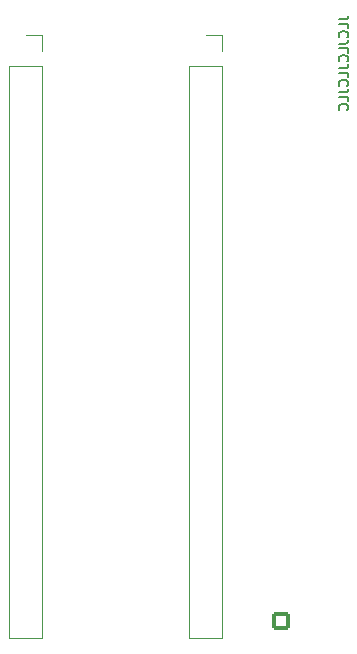
<source format=gbr>
%TF.GenerationSoftware,KiCad,Pcbnew,9.0.3-9.0.3-0~ubuntu24.04.1*%
%TF.CreationDate,2025-09-06T02:21:12+02:00*%
%TF.ProjectId,board_nfz330_nfz400,626f6172-645f-46e6-967a-3333305f6e66,rev?*%
%TF.SameCoordinates,Original*%
%TF.FileFunction,Legend,Bot*%
%TF.FilePolarity,Positive*%
%FSLAX46Y46*%
G04 Gerber Fmt 4.6, Leading zero omitted, Abs format (unit mm)*
G04 Created by KiCad (PCBNEW 9.0.3-9.0.3-0~ubuntu24.04.1) date 2025-09-06 02:21:12*
%MOMM*%
%LPD*%
G01*
G04 APERTURE LIST*
G04 Aperture macros list*
%AMRoundRect*
0 Rectangle with rounded corners*
0 $1 Rounding radius*
0 $2 $3 $4 $5 $6 $7 $8 $9 X,Y pos of 4 corners*
0 Add a 4 corners polygon primitive as box body*
4,1,4,$2,$3,$4,$5,$6,$7,$8,$9,$2,$3,0*
0 Add four circle primitives for the rounded corners*
1,1,$1+$1,$2,$3*
1,1,$1+$1,$4,$5*
1,1,$1+$1,$6,$7*
1,1,$1+$1,$8,$9*
0 Add four rect primitives between the rounded corners*
20,1,$1+$1,$2,$3,$4,$5,0*
20,1,$1+$1,$4,$5,$6,$7,0*
20,1,$1+$1,$6,$7,$8,$9,0*
20,1,$1+$1,$8,$9,$2,$3,0*%
%AMFreePoly0*
4,1,37,0.603843,0.796157,0.639018,0.796157,0.711114,0.766294,0.766294,0.711114,0.796157,0.639018,0.796157,0.603843,0.800000,0.600000,0.800000,-0.600000,0.796157,-0.603843,0.796157,-0.639018,0.766294,-0.711114,0.711114,-0.766294,0.639018,-0.796157,0.603843,-0.796157,0.600000,-0.800000,0.000000,-0.800000,0.000000,-0.796148,-0.078414,-0.796148,-0.232228,-0.765552,-0.377117,-0.705537,
-0.507515,-0.618408,-0.618408,-0.507515,-0.705537,-0.377117,-0.765552,-0.232228,-0.796148,-0.078414,-0.796148,0.078414,-0.765552,0.232228,-0.705537,0.377117,-0.618408,0.507515,-0.507515,0.618408,-0.377117,0.705537,-0.232228,0.765552,-0.078414,0.796148,0.000000,0.796148,0.000000,0.800000,0.600000,0.800000,0.603843,0.796157,0.603843,0.796157,$1*%
%AMFreePoly1*
4,1,37,0.000000,0.796148,0.078414,0.796148,0.232228,0.765552,0.377117,0.705537,0.507515,0.618408,0.618408,0.507515,0.705537,0.377117,0.765552,0.232228,0.796148,0.078414,0.796148,-0.078414,0.765552,-0.232228,0.705537,-0.377117,0.618408,-0.507515,0.507515,-0.618408,0.377117,-0.705537,0.232228,-0.765552,0.078414,-0.796148,0.000000,-0.796148,0.000000,-0.800000,-0.600000,-0.800000,
-0.603843,-0.796157,-0.639018,-0.796157,-0.711114,-0.766294,-0.766294,-0.711114,-0.796157,-0.639018,-0.796157,-0.603843,-0.800000,-0.600000,-0.800000,0.600000,-0.796157,0.603843,-0.796157,0.639018,-0.766294,0.711114,-0.711114,0.766294,-0.639018,0.796157,-0.603843,0.796157,-0.600000,0.800000,0.000000,0.800000,0.000000,0.796148,0.000000,0.796148,$1*%
G04 Aperture macros list end*
%ADD10C,0.150000*%
%ADD11C,0.120000*%
%ADD12RoundRect,0.200000X0.600000X0.600000X-0.600000X0.600000X-0.600000X-0.600000X0.600000X-0.600000X0*%
%ADD13C,1.600000*%
%ADD14FreePoly0,180.000000*%
%ADD15FreePoly1,180.000000*%
%ADD16C,1.300000*%
%ADD17R,1.700000X1.700000*%
%ADD18C,1.700000*%
G04 APERTURE END LIST*
D10*
X84389895Y-71200931D02*
X84961323Y-71200931D01*
X84961323Y-71200931D02*
X85075609Y-71162836D01*
X85075609Y-71162836D02*
X85151800Y-71086645D01*
X85151800Y-71086645D02*
X85189895Y-70972360D01*
X85189895Y-70972360D02*
X85189895Y-70896169D01*
X85189895Y-71962836D02*
X85189895Y-71581884D01*
X85189895Y-71581884D02*
X84389895Y-71581884D01*
X85113704Y-72686646D02*
X85151800Y-72648550D01*
X85151800Y-72648550D02*
X85189895Y-72534265D01*
X85189895Y-72534265D02*
X85189895Y-72458074D01*
X85189895Y-72458074D02*
X85151800Y-72343788D01*
X85151800Y-72343788D02*
X85075609Y-72267598D01*
X85075609Y-72267598D02*
X84999419Y-72229503D01*
X84999419Y-72229503D02*
X84847038Y-72191407D01*
X84847038Y-72191407D02*
X84732752Y-72191407D01*
X84732752Y-72191407D02*
X84580371Y-72229503D01*
X84580371Y-72229503D02*
X84504180Y-72267598D01*
X84504180Y-72267598D02*
X84427990Y-72343788D01*
X84427990Y-72343788D02*
X84389895Y-72458074D01*
X84389895Y-72458074D02*
X84389895Y-72534265D01*
X84389895Y-72534265D02*
X84427990Y-72648550D01*
X84427990Y-72648550D02*
X84466085Y-72686646D01*
X84389895Y-73258074D02*
X84961323Y-73258074D01*
X84961323Y-73258074D02*
X85075609Y-73219979D01*
X85075609Y-73219979D02*
X85151800Y-73143788D01*
X85151800Y-73143788D02*
X85189895Y-73029503D01*
X85189895Y-73029503D02*
X85189895Y-72953312D01*
X85189895Y-74019979D02*
X85189895Y-73639027D01*
X85189895Y-73639027D02*
X84389895Y-73639027D01*
X85113704Y-74743789D02*
X85151800Y-74705693D01*
X85151800Y-74705693D02*
X85189895Y-74591408D01*
X85189895Y-74591408D02*
X85189895Y-74515217D01*
X85189895Y-74515217D02*
X85151800Y-74400931D01*
X85151800Y-74400931D02*
X85075609Y-74324741D01*
X85075609Y-74324741D02*
X84999419Y-74286646D01*
X84999419Y-74286646D02*
X84847038Y-74248550D01*
X84847038Y-74248550D02*
X84732752Y-74248550D01*
X84732752Y-74248550D02*
X84580371Y-74286646D01*
X84580371Y-74286646D02*
X84504180Y-74324741D01*
X84504180Y-74324741D02*
X84427990Y-74400931D01*
X84427990Y-74400931D02*
X84389895Y-74515217D01*
X84389895Y-74515217D02*
X84389895Y-74591408D01*
X84389895Y-74591408D02*
X84427990Y-74705693D01*
X84427990Y-74705693D02*
X84466085Y-74743789D01*
X84389895Y-75315217D02*
X84961323Y-75315217D01*
X84961323Y-75315217D02*
X85075609Y-75277122D01*
X85075609Y-75277122D02*
X85151800Y-75200931D01*
X85151800Y-75200931D02*
X85189895Y-75086646D01*
X85189895Y-75086646D02*
X85189895Y-75010455D01*
X85189895Y-76077122D02*
X85189895Y-75696170D01*
X85189895Y-75696170D02*
X84389895Y-75696170D01*
X85113704Y-76800932D02*
X85151800Y-76762836D01*
X85151800Y-76762836D02*
X85189895Y-76648551D01*
X85189895Y-76648551D02*
X85189895Y-76572360D01*
X85189895Y-76572360D02*
X85151800Y-76458074D01*
X85151800Y-76458074D02*
X85075609Y-76381884D01*
X85075609Y-76381884D02*
X84999419Y-76343789D01*
X84999419Y-76343789D02*
X84847038Y-76305693D01*
X84847038Y-76305693D02*
X84732752Y-76305693D01*
X84732752Y-76305693D02*
X84580371Y-76343789D01*
X84580371Y-76343789D02*
X84504180Y-76381884D01*
X84504180Y-76381884D02*
X84427990Y-76458074D01*
X84427990Y-76458074D02*
X84389895Y-76572360D01*
X84389895Y-76572360D02*
X84389895Y-76648551D01*
X84389895Y-76648551D02*
X84427990Y-76762836D01*
X84427990Y-76762836D02*
X84466085Y-76800932D01*
X84389895Y-77372360D02*
X84961323Y-77372360D01*
X84961323Y-77372360D02*
X85075609Y-77334265D01*
X85075609Y-77334265D02*
X85151800Y-77258074D01*
X85151800Y-77258074D02*
X85189895Y-77143789D01*
X85189895Y-77143789D02*
X85189895Y-77067598D01*
X85189895Y-78134265D02*
X85189895Y-77753313D01*
X85189895Y-77753313D02*
X84389895Y-77753313D01*
X85113704Y-78858075D02*
X85151800Y-78819979D01*
X85151800Y-78819979D02*
X85189895Y-78705694D01*
X85189895Y-78705694D02*
X85189895Y-78629503D01*
X85189895Y-78629503D02*
X85151800Y-78515217D01*
X85151800Y-78515217D02*
X85075609Y-78439027D01*
X85075609Y-78439027D02*
X84999419Y-78400932D01*
X84999419Y-78400932D02*
X84847038Y-78362836D01*
X84847038Y-78362836D02*
X84732752Y-78362836D01*
X84732752Y-78362836D02*
X84580371Y-78400932D01*
X84580371Y-78400932D02*
X84504180Y-78439027D01*
X84504180Y-78439027D02*
X84427990Y-78515217D01*
X84427990Y-78515217D02*
X84389895Y-78629503D01*
X84389895Y-78629503D02*
X84389895Y-78705694D01*
X84389895Y-78705694D02*
X84427990Y-78819979D01*
X84427990Y-78819979D02*
X84466085Y-78858075D01*
D11*
%TO.C,J2*%
X56509000Y-75179000D02*
X56509000Y-123549000D01*
X59269000Y-72529000D02*
X57889000Y-72529000D01*
X59269000Y-73909000D02*
X59269000Y-72529000D01*
X59269000Y-75179000D02*
X56509000Y-75179000D01*
X59269000Y-75179000D02*
X59269000Y-123549000D01*
X59269000Y-123549000D02*
X56509000Y-123549000D01*
X71749000Y-75179000D02*
X71749000Y-123549000D01*
X74509000Y-72529000D02*
X73129000Y-72529000D01*
X74509000Y-73909000D02*
X74509000Y-72529000D01*
X74509000Y-75179000D02*
X71749000Y-75179000D01*
X74509000Y-75179000D02*
X74509000Y-123549000D01*
X74509000Y-123549000D02*
X71749000Y-123549000D01*
%TD*%
%LPC*%
D12*
%TO.C,J3*%
X79479000Y-122169000D03*
D13*
X79479000Y-119629000D03*
D14*
X79479000Y-117089000D03*
D13*
X79479000Y-114549000D03*
X79479000Y-112009000D03*
X79479000Y-109469000D03*
X79479000Y-106929000D03*
D14*
X79479000Y-104389000D03*
D13*
X79479000Y-101849000D03*
X79479000Y-99309000D03*
X79479000Y-96769000D03*
X79479000Y-94229000D03*
D14*
X79479000Y-91689000D03*
D13*
X79479000Y-89149000D03*
X79479000Y-86609000D03*
X79479000Y-84069000D03*
X79479000Y-81529000D03*
D14*
X79479000Y-78989000D03*
D13*
X79479000Y-76449000D03*
X79479000Y-73909000D03*
X61699000Y-73909000D03*
X61699000Y-76449000D03*
D15*
X61699000Y-78989000D03*
D13*
X61699000Y-81529000D03*
X61699000Y-84069000D03*
X61699000Y-86609000D03*
X61699000Y-89149000D03*
D15*
X61699000Y-91689000D03*
D13*
X61699000Y-94229000D03*
X61699000Y-96769000D03*
X61699000Y-99309000D03*
X61699000Y-101849000D03*
D15*
X61699000Y-104389000D03*
D13*
X61699000Y-106929000D03*
X61699000Y-109469000D03*
X61699000Y-112009000D03*
X61699000Y-114549000D03*
D15*
X61699000Y-117089000D03*
D13*
X61699000Y-119629000D03*
X61699000Y-122169000D03*
%TD*%
D16*
%TO.C,H1*%
X56449000Y-68659000D03*
%TD*%
D17*
%TO.C,J1*%
X83289000Y-100579000D03*
D18*
X83289000Y-103119000D03*
X83289000Y-105659000D03*
X83289000Y-108199000D03*
X83289000Y-110739000D03*
X83289000Y-113279000D03*
X83289000Y-115819000D03*
X83289000Y-118359000D03*
X83289000Y-120899000D03*
X83289000Y-123439000D03*
X83289000Y-125979000D03*
X83289000Y-128519000D03*
D17*
X83289000Y-70099000D03*
D18*
X83289000Y-72639000D03*
X83289000Y-75179000D03*
X83289000Y-77719000D03*
X83289000Y-80259000D03*
X83289000Y-82799000D03*
X83289000Y-85339000D03*
X83289000Y-87879000D03*
X83289000Y-90419000D03*
X83289000Y-92959000D03*
%TD*%
D17*
%TO.C,J4*%
X60657600Y-126182200D03*
D18*
X60657600Y-128722200D03*
%TD*%
D16*
%TO.C,H2*%
X84729000Y-68659000D03*
%TD*%
%TO.C,H3*%
X56449000Y-129959000D03*
%TD*%
D18*
%TO.C,J2*%
X73129000Y-81529000D03*
X73129000Y-78989000D03*
X57889000Y-86609000D03*
X57889000Y-84069000D03*
X57889000Y-81529000D03*
D17*
X57889000Y-73909000D03*
D18*
X57889000Y-76449000D03*
X57889000Y-78989000D03*
X57889000Y-89149000D03*
X57889000Y-91689000D03*
X57889000Y-94229000D03*
X57889000Y-96769000D03*
X57889000Y-99309000D03*
X57889000Y-101849000D03*
X57889000Y-104389000D03*
X57889000Y-106929000D03*
X57889000Y-109469000D03*
X57889000Y-112009000D03*
X57889000Y-114549000D03*
X57889000Y-117089000D03*
X57889000Y-119629000D03*
X57889000Y-122169000D03*
D17*
X73129000Y-73909000D03*
D18*
X73129000Y-76449000D03*
X73129000Y-84069000D03*
X73129000Y-86609000D03*
X73129000Y-89149000D03*
X73129000Y-91689000D03*
X73129000Y-94229000D03*
X73129000Y-96769000D03*
X73129000Y-99309000D03*
X73129000Y-101849000D03*
X73129000Y-104389000D03*
X73129000Y-106929000D03*
X73129000Y-109469000D03*
X73129000Y-112009000D03*
X73129000Y-114549000D03*
X73129000Y-117089000D03*
X73129000Y-119629000D03*
X73129000Y-122169000D03*
%TD*%
%LPD*%
M02*

</source>
